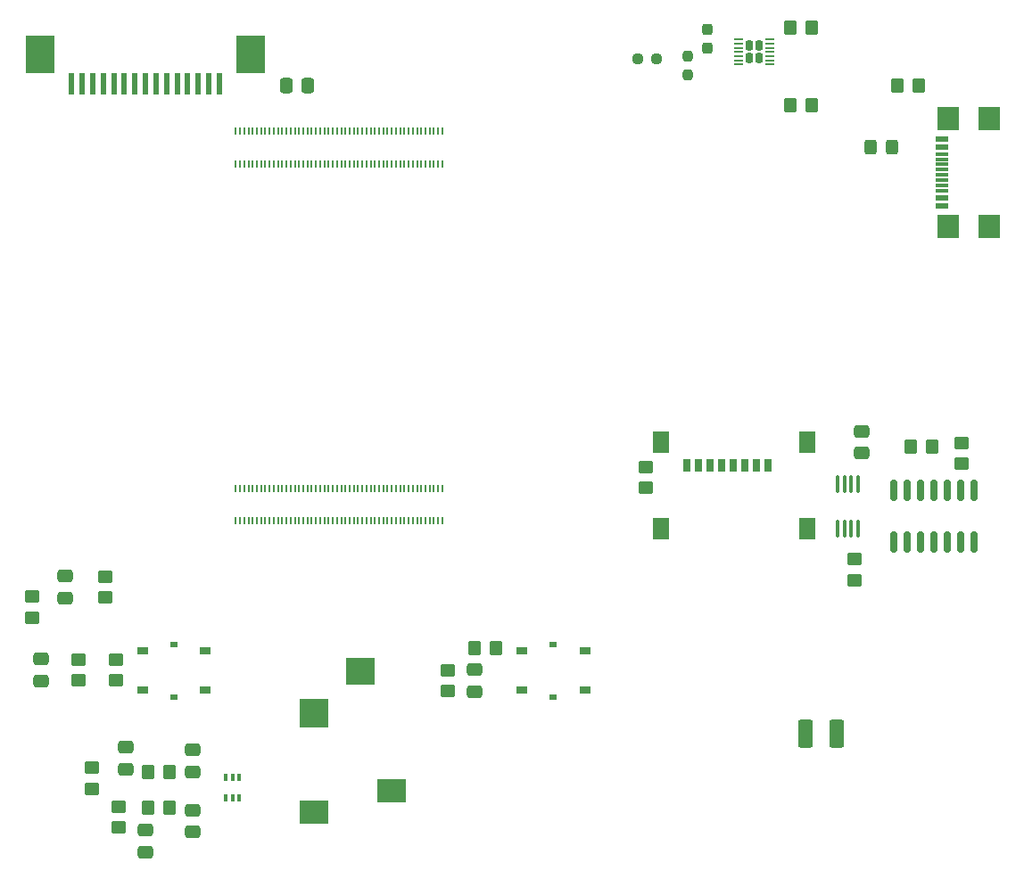
<source format=gbr>
%TF.GenerationSoftware,KiCad,Pcbnew,(6.0.0)*%
%TF.CreationDate,2022-06-01T15:47:08+01:00*%
%TF.ProjectId,CM4Carrier,434d3443-6172-4726-9965-722e6b696361,Rev1-Untested*%
%TF.SameCoordinates,Original*%
%TF.FileFunction,Paste,Bot*%
%TF.FilePolarity,Positive*%
%FSLAX46Y46*%
G04 Gerber Fmt 4.6, Leading zero omitted, Abs format (unit mm)*
G04 Created by KiCad (PCBNEW (6.0.0)) date 2022-06-01 15:47:08*
%MOMM*%
%LPD*%
G01*
G04 APERTURE LIST*
G04 Aperture macros list*
%AMRoundRect*
0 Rectangle with rounded corners*
0 $1 Rounding radius*
0 $2 $3 $4 $5 $6 $7 $8 $9 X,Y pos of 4 corners*
0 Add a 4 corners polygon primitive as box body*
4,1,4,$2,$3,$4,$5,$6,$7,$8,$9,$2,$3,0*
0 Add four circle primitives for the rounded corners*
1,1,$1+$1,$2,$3*
1,1,$1+$1,$4,$5*
1,1,$1+$1,$6,$7*
1,1,$1+$1,$8,$9*
0 Add four rect primitives between the rounded corners*
20,1,$1+$1,$2,$3,$4,$5,0*
20,1,$1+$1,$4,$5,$6,$7,0*
20,1,$1+$1,$6,$7,$8,$9,0*
20,1,$1+$1,$8,$9,$2,$3,0*%
G04 Aperture macros list end*
%ADD10R,1.000000X0.700000*%
%ADD11R,0.700000X0.600000*%
%ADD12R,2.800000X2.200000*%
%ADD13R,2.800000X2.800000*%
%ADD14R,2.800000X2.600000*%
%ADD15RoundRect,0.250000X0.475000X-0.337500X0.475000X0.337500X-0.475000X0.337500X-0.475000X-0.337500X0*%
%ADD16RoundRect,0.250000X-0.450000X0.350000X-0.450000X-0.350000X0.450000X-0.350000X0.450000X0.350000X0*%
%ADD17R,0.400000X0.650000*%
%ADD18RoundRect,0.250000X-0.475000X0.337500X-0.475000X-0.337500X0.475000X-0.337500X0.475000X0.337500X0*%
%ADD19RoundRect,0.100000X0.100000X-0.712500X0.100000X0.712500X-0.100000X0.712500X-0.100000X-0.712500X0*%
%ADD20RoundRect,0.237500X0.250000X0.237500X-0.250000X0.237500X-0.250000X-0.237500X0.250000X-0.237500X0*%
%ADD21RoundRect,0.250000X-0.337500X-0.475000X0.337500X-0.475000X0.337500X0.475000X-0.337500X0.475000X0*%
%ADD22RoundRect,0.250000X0.350000X0.450000X-0.350000X0.450000X-0.350000X-0.450000X0.350000X-0.450000X0*%
%ADD23RoundRect,0.250001X-0.462499X-1.074999X0.462499X-1.074999X0.462499X1.074999X-0.462499X1.074999X0*%
%ADD24RoundRect,0.150000X-0.150000X0.825000X-0.150000X-0.825000X0.150000X-0.825000X0.150000X0.825000X0*%
%ADD25RoundRect,0.250000X0.450000X-0.350000X0.450000X0.350000X-0.450000X0.350000X-0.450000X-0.350000X0*%
%ADD26R,0.200000X0.700000*%
%ADD27R,0.610000X2.000000*%
%ADD28R,2.680000X3.600000*%
%ADD29RoundRect,0.250000X0.325000X0.450000X-0.325000X0.450000X-0.325000X-0.450000X0.325000X-0.450000X0*%
%ADD30RoundRect,0.250000X-0.350000X-0.450000X0.350000X-0.450000X0.350000X0.450000X-0.350000X0.450000X0*%
%ADD31RoundRect,0.180000X0.180000X0.295000X-0.180000X0.295000X-0.180000X-0.295000X0.180000X-0.295000X0*%
%ADD32RoundRect,0.050000X0.337500X0.050000X-0.337500X0.050000X-0.337500X-0.050000X0.337500X-0.050000X0*%
%ADD33R,1.150000X0.600000*%
%ADD34R,1.150000X0.300000*%
%ADD35R,2.000000X2.180000*%
%ADD36R,0.800000X1.200000*%
%ADD37R,1.500000X2.000000*%
%ADD38RoundRect,0.237500X0.237500X-0.250000X0.237500X0.250000X-0.237500X0.250000X-0.237500X-0.250000X0*%
%ADD39RoundRect,0.237500X0.237500X-0.300000X0.237500X0.300000X-0.237500X0.300000X-0.237500X-0.300000X0*%
G04 APERTURE END LIST*
D10*
%TO.C,SW14*%
X126349995Y-119119913D03*
X120349995Y-119119913D03*
X126349995Y-122819913D03*
X120349995Y-122819913D03*
D11*
X123349995Y-118469913D03*
X123349995Y-123469913D03*
%TD*%
D12*
%TO.C,J6*%
X144035000Y-132410000D03*
X136635000Y-134410000D03*
D13*
X136635000Y-125010000D03*
D14*
X141085000Y-121010000D03*
%TD*%
D15*
%TO.C,C14*%
X113030000Y-114067500D03*
X113030000Y-111992500D03*
%TD*%
D16*
%TO.C,R15*%
X116840000Y-112030000D03*
X116840000Y-114030000D03*
%TD*%
%TO.C,R2*%
X168148000Y-101616000D03*
X168148000Y-103616000D03*
%TD*%
D17*
%TO.C,D4*%
X129555011Y-133044997D03*
X128905000Y-133045000D03*
X128255000Y-133045000D03*
X128255000Y-131145000D03*
X128905000Y-131145000D03*
X129555000Y-131145000D03*
%TD*%
D18*
%TO.C,C34*%
X151892000Y-120882500D03*
X151892000Y-122957500D03*
%TD*%
D19*
%TO.C,U1*%
X188300000Y-107522500D03*
X187650000Y-107522500D03*
X187000007Y-107522493D03*
X186350000Y-107522500D03*
X186350000Y-103297500D03*
X187000000Y-103297500D03*
X187650000Y-103297500D03*
X188300000Y-103297500D03*
%TD*%
D20*
%TO.C,R10*%
X169187500Y-62865000D03*
X167362500Y-62865000D03*
%TD*%
D21*
%TO.C,C26*%
X133985000Y-65405000D03*
X136060000Y-65405000D03*
%TD*%
D18*
%TO.C,C29*%
X125095000Y-134217500D03*
X125095000Y-136292500D03*
%TD*%
D15*
%TO.C,C1*%
X188595000Y-100330000D03*
X188595000Y-98255000D03*
%TD*%
D22*
%TO.C,R46*%
X153908000Y-118872000D03*
X151908000Y-118872000D03*
%TD*%
%TO.C,R38*%
X194040000Y-65405000D03*
X192040000Y-65405000D03*
%TD*%
D18*
%TO.C,C33*%
X110744000Y-119866500D03*
X110744000Y-121941500D03*
%TD*%
D16*
%TO.C,R3*%
X187960000Y-110395000D03*
X187960000Y-112395000D03*
%TD*%
D15*
%TO.C,C30*%
X125095000Y-130577500D03*
X125095000Y-128502500D03*
%TD*%
D23*
%TO.C,F1*%
X183297500Y-127000000D03*
X186272500Y-127000000D03*
%TD*%
D16*
%TO.C,R39*%
X118110000Y-133890000D03*
X118110000Y-135890000D03*
%TD*%
D24*
%TO.C,U5*%
X191643000Y-103824000D03*
X192913000Y-103824000D03*
X194183000Y-103824000D03*
X195453000Y-103824000D03*
X196723000Y-103824000D03*
X197993000Y-103824000D03*
X199263000Y-103824000D03*
X199263000Y-108774000D03*
X197993000Y-108774000D03*
X196723000Y-108774000D03*
X195453000Y-108774000D03*
X194183000Y-108774000D03*
X192913000Y-108774000D03*
X191643000Y-108774000D03*
%TD*%
D25*
%TO.C,R50*%
X149352000Y-122920000D03*
X149352000Y-120920000D03*
%TD*%
D16*
%TO.C,R45*%
X117856000Y-119904000D03*
X117856000Y-121904000D03*
%TD*%
D26*
%TO.C,Module1*%
X129225000Y-69765000D03*
X129225000Y-72845000D03*
X129625000Y-69765000D03*
X129625000Y-72845000D03*
X130025000Y-69765000D03*
X130025000Y-72845000D03*
X130425000Y-69765000D03*
X130425000Y-72845000D03*
X130825000Y-69765000D03*
X130825000Y-72845000D03*
X131225000Y-69765000D03*
X131225000Y-72845000D03*
X131625000Y-69765000D03*
X131625000Y-72845000D03*
X132025000Y-69765000D03*
X132025000Y-72845000D03*
X132425000Y-69765000D03*
X132425000Y-72845000D03*
X132825000Y-69765000D03*
X132825000Y-72845000D03*
X133225000Y-69765000D03*
X133225000Y-72845000D03*
X133625000Y-69765000D03*
X133625000Y-72845000D03*
X134025000Y-69765000D03*
X134025000Y-72845000D03*
X134425000Y-69765000D03*
X134425000Y-72845000D03*
X134825000Y-69765000D03*
X134825000Y-72845000D03*
X135225000Y-69765000D03*
X135225000Y-72845000D03*
X135625000Y-69765000D03*
X135625000Y-72845000D03*
X136025000Y-69765000D03*
X136025000Y-72845000D03*
X136425000Y-69765000D03*
X136425000Y-72845000D03*
X136825000Y-69765000D03*
X136825000Y-72845000D03*
X137225000Y-69765000D03*
X137225000Y-72845000D03*
X137625000Y-69765000D03*
X137625000Y-72845000D03*
X138025000Y-69765000D03*
X138025000Y-72845000D03*
X138425000Y-69765000D03*
X138425000Y-72845000D03*
X138825000Y-69765000D03*
X138825000Y-72845000D03*
X139225000Y-69765000D03*
X139225000Y-72845000D03*
X139625000Y-69765000D03*
X139625000Y-72845000D03*
X140025000Y-69765000D03*
X140025000Y-72845000D03*
X140425000Y-69765000D03*
X140425000Y-72845000D03*
X140825000Y-69765000D03*
X140825000Y-72845000D03*
X141225000Y-69765000D03*
X141225000Y-72845000D03*
X141625000Y-69765000D03*
X141625000Y-72845000D03*
X142025000Y-69765000D03*
X142025000Y-72845000D03*
X142425000Y-69765000D03*
X142425000Y-72845000D03*
X142825000Y-69765000D03*
X142825000Y-72845000D03*
X143225000Y-69765000D03*
X143225000Y-72845000D03*
X143625000Y-69765000D03*
X143625000Y-72845000D03*
X144025000Y-69765000D03*
X144025000Y-72845000D03*
X144425000Y-69765000D03*
X144425000Y-72845000D03*
X144825000Y-69765000D03*
X144825000Y-72845000D03*
X145225000Y-69765000D03*
X145225000Y-72845000D03*
X145625000Y-69765000D03*
X145625000Y-72845000D03*
X146025000Y-69765000D03*
X146025000Y-72845000D03*
X146425000Y-69765000D03*
X146425000Y-72845000D03*
X146825000Y-69765000D03*
X146825000Y-72845000D03*
X147225000Y-69765000D03*
X147225000Y-72845000D03*
X147625000Y-69765000D03*
X147625000Y-72845000D03*
X148025000Y-69765000D03*
X148025000Y-72845000D03*
X148425000Y-69765000D03*
X148425000Y-72845000D03*
X148825000Y-69765000D03*
X148825000Y-72845000D03*
X129225000Y-103685000D03*
X129225000Y-106765000D03*
X129625000Y-103685000D03*
X129625000Y-106765000D03*
X130025000Y-103685000D03*
X130025000Y-106765000D03*
X130425000Y-103685000D03*
X130425000Y-106765000D03*
X130825000Y-103685000D03*
X130825000Y-106765000D03*
X131225000Y-103685000D03*
X131225000Y-106765000D03*
X131625000Y-103685000D03*
X131625000Y-106765000D03*
X132025000Y-103685000D03*
X132025000Y-106765000D03*
X132425000Y-103685000D03*
X132425000Y-106765000D03*
X132825000Y-103685000D03*
X132825000Y-106765000D03*
X133225000Y-103685000D03*
X133225000Y-106765000D03*
X133625000Y-103685000D03*
X133625000Y-106765000D03*
X134025000Y-103685000D03*
X134025000Y-106765000D03*
X134425000Y-103685000D03*
X134425000Y-106765000D03*
X134825000Y-103685000D03*
X134825000Y-106765000D03*
X135225000Y-103685000D03*
X135225000Y-106765000D03*
X135625000Y-103685000D03*
X135625000Y-106765000D03*
X136025000Y-103685000D03*
X136025000Y-106765000D03*
X136425000Y-103685000D03*
X136425000Y-106765000D03*
X136825000Y-103685000D03*
X136825000Y-106765000D03*
X137225000Y-103685000D03*
X137225000Y-106765000D03*
X137625000Y-103685000D03*
X137625000Y-106765000D03*
X138025000Y-103685000D03*
X138025000Y-106765000D03*
X138425000Y-103685000D03*
X138425000Y-106765000D03*
X138825000Y-103685000D03*
X138825000Y-106765000D03*
X139225000Y-103685000D03*
X139225000Y-106765000D03*
X139625000Y-103685000D03*
X139625000Y-106765000D03*
X140025000Y-103685000D03*
X140025000Y-106765000D03*
X140425000Y-103685000D03*
X140425000Y-106765000D03*
X140825000Y-103685000D03*
X140825000Y-106765000D03*
X141225000Y-103685000D03*
X141225000Y-106765000D03*
X141625000Y-103685000D03*
X141625000Y-106765000D03*
X142025000Y-103685000D03*
X142025000Y-106765000D03*
X142425000Y-103685000D03*
X142425000Y-106765000D03*
X142825000Y-103685000D03*
X142825000Y-106765000D03*
X143225000Y-103685000D03*
X143225000Y-106765000D03*
X143625000Y-103685000D03*
X143625000Y-106765000D03*
X144025000Y-103685000D03*
X144025000Y-106765000D03*
X144425000Y-103685000D03*
X144425000Y-106765000D03*
X144825000Y-103685000D03*
X144825000Y-106765000D03*
X145225000Y-103685000D03*
X145225000Y-106765000D03*
X145625000Y-103685000D03*
X145625000Y-106765000D03*
X146025000Y-103685000D03*
X146025000Y-106765000D03*
X146425000Y-103685000D03*
X146425000Y-106765000D03*
X146825000Y-103685000D03*
X146825000Y-106765000D03*
X147225000Y-103685000D03*
X147225000Y-106765000D03*
X147625000Y-103685000D03*
X147625000Y-106765000D03*
X148025000Y-103685000D03*
X148025000Y-106765000D03*
X148425000Y-103685000D03*
X148425000Y-106765000D03*
X148825000Y-103685000D03*
X148825000Y-106765000D03*
%TD*%
D27*
%TO.C,J5*%
X113650000Y-65245000D03*
X114650000Y-65245000D03*
X115650000Y-65245000D03*
X116650000Y-65245000D03*
X117650000Y-65245000D03*
X118650000Y-65245000D03*
X119650000Y-65245000D03*
X120650000Y-65245000D03*
X121650000Y-65245000D03*
X122650000Y-65245000D03*
X123650000Y-65245000D03*
X124650000Y-65245000D03*
X125650000Y-65245000D03*
X126650000Y-65245000D03*
X127650000Y-65245000D03*
D28*
X110660000Y-62445000D03*
X130640000Y-62445000D03*
%TD*%
D16*
%TO.C,R40*%
X115570000Y-130212500D03*
X115570000Y-132212500D03*
%TD*%
D22*
%TO.C,R42*%
X122920000Y-130577499D03*
X120920000Y-130577499D03*
%TD*%
D25*
%TO.C,R49*%
X114300000Y-121904000D03*
X114300000Y-119904000D03*
%TD*%
D29*
%TO.C,F2*%
X191525000Y-71247000D03*
X189475000Y-71247000D03*
%TD*%
D30*
%TO.C,TH1*%
X181880000Y-59944000D03*
X183880000Y-59944000D03*
%TD*%
D18*
%TO.C,C27*%
X120649999Y-136122500D03*
X120649999Y-138197500D03*
%TD*%
D10*
%TO.C,SW15*%
X162349999Y-119119913D03*
X156349999Y-119119913D03*
X162349999Y-122819913D03*
X156349999Y-122819913D03*
D11*
X159349999Y-118469913D03*
X159349999Y-123469913D03*
%TD*%
D25*
%TO.C,R13*%
X109855000Y-115935000D03*
X109855000Y-113935000D03*
%TD*%
D31*
%TO.C,U3*%
X177990000Y-61640000D03*
X178880000Y-61640000D03*
X178880000Y-62820000D03*
X177990000Y-62820000D03*
D32*
X179922500Y-61030000D03*
X179922500Y-61430000D03*
X179922500Y-61830000D03*
X179922500Y-62230000D03*
X179922500Y-62630000D03*
X179922500Y-63030000D03*
X179922500Y-63430000D03*
X176947500Y-63430000D03*
X176947500Y-63030000D03*
X176947500Y-62630000D03*
X176947500Y-62230000D03*
X176947500Y-61830000D03*
X176947500Y-61430000D03*
X176947500Y-61030000D03*
%TD*%
D33*
%TO.C,J4*%
X196252500Y-70460000D03*
X196252500Y-71260000D03*
D34*
X196252500Y-72410000D03*
X196252500Y-73410000D03*
X196252500Y-73910000D03*
X196252500Y-74910000D03*
D33*
X196252500Y-76860000D03*
X196252500Y-76060000D03*
D34*
X196252500Y-75410000D03*
X196252500Y-74410000D03*
X196252500Y-72910000D03*
X196252500Y-71910000D03*
D35*
X196827500Y-68550000D03*
X196827500Y-78770000D03*
X200757500Y-68550000D03*
X200757500Y-78770000D03*
%TD*%
D22*
%TO.C,R41*%
X122920000Y-133984999D03*
X120920000Y-133984999D03*
%TD*%
D15*
%TO.C,C28*%
X118745000Y-130344999D03*
X118745000Y-128269999D03*
%TD*%
D22*
%TO.C,R8*%
X183880000Y-67310000D03*
X181880000Y-67310000D03*
%TD*%
D36*
%TO.C,J1*%
X179755000Y-101515000D03*
X178655000Y-101515000D03*
X177555000Y-101515000D03*
X176455000Y-101515000D03*
X175355000Y-101515000D03*
X174255000Y-101515000D03*
X173155000Y-101515000D03*
X172055000Y-101515000D03*
D37*
X169585000Y-99315000D03*
X169585000Y-107515000D03*
X183475000Y-107515000D03*
X183475000Y-99315000D03*
%TD*%
D38*
%TO.C,R9*%
X172085000Y-64412500D03*
X172085000Y-62587500D03*
%TD*%
D39*
%TO.C,C10*%
X173990000Y-61822500D03*
X173990000Y-60097500D03*
%TD*%
D25*
%TO.C,R27*%
X198120000Y-101330000D03*
X198120000Y-99330000D03*
%TD*%
D22*
%TO.C,R29*%
X195310000Y-99695000D03*
X193310000Y-99695000D03*
%TD*%
M02*

</source>
